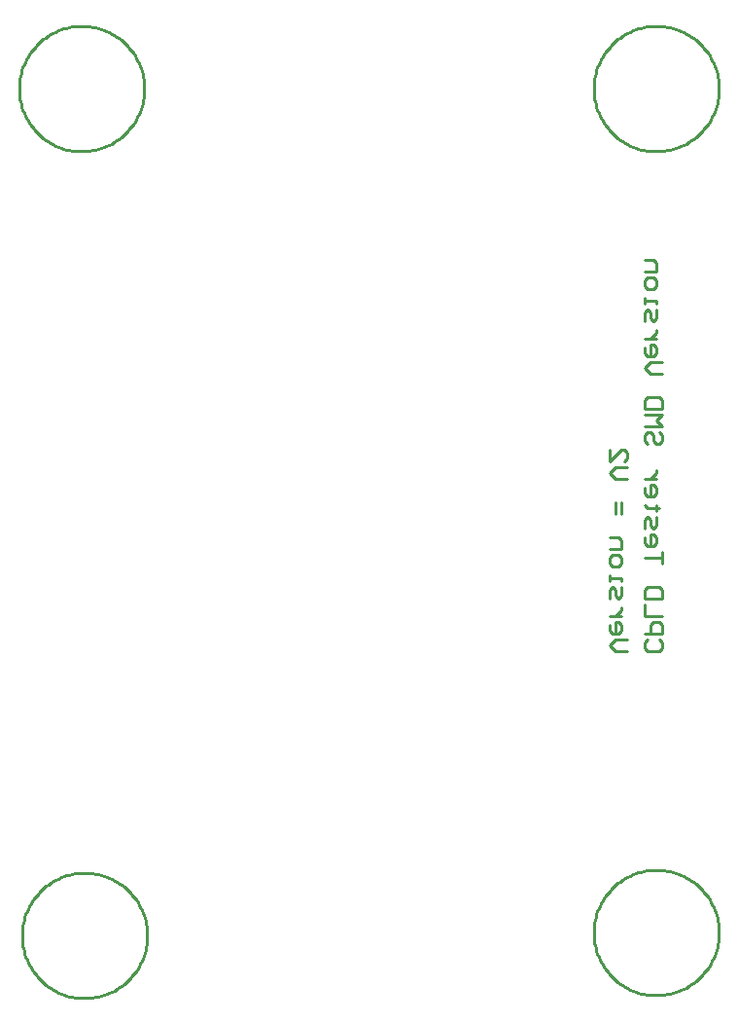
<source format=gbo>
G04*
G04 #@! TF.GenerationSoftware,Altium Limited,Altium Designer,19.1.8 (144)*
G04*
G04 Layer_Color=32896*
%FSLAX25Y25*%
%MOIN*%
G70*
G01*
G75*
%ADD11C,0.01000*%
D11*
X409457Y468000D02*
X409433Y468998D01*
X409364Y469994D01*
X409248Y470986D01*
X409086Y471972D01*
X408878Y472948D01*
X408626Y473914D01*
X408328Y474867D01*
X407986Y475806D01*
X407602Y476727D01*
X407174Y477630D01*
X406706Y478511D01*
X406196Y479370D01*
X405648Y480205D01*
X405061Y481012D01*
X404437Y481792D01*
X403777Y482542D01*
X403084Y483260D01*
X402357Y483945D01*
X401600Y484596D01*
X400813Y485211D01*
X399998Y485788D01*
X399158Y486327D01*
X398293Y486827D01*
X397406Y487285D01*
X396499Y487702D01*
X395573Y488076D01*
X394631Y488407D01*
X393674Y488693D01*
X392705Y488935D01*
X391726Y489131D01*
X390739Y489281D01*
X389746Y489386D01*
X388749Y489444D01*
X387750Y489455D01*
X386752Y489420D01*
X385757Y489339D01*
X384767Y489212D01*
X383783Y489038D01*
X382809Y488819D01*
X381846Y488555D01*
X380896Y488247D01*
X379962Y487894D01*
X379045Y487499D01*
X378148Y487061D01*
X377272Y486582D01*
X376419Y486063D01*
X375591Y485504D01*
X374790Y484908D01*
X374018Y484275D01*
X373275Y483607D01*
X372565Y482905D01*
X371889Y482171D01*
X371247Y481406D01*
X370641Y480612D01*
X370073Y479791D01*
X369544Y478944D01*
X369055Y478073D01*
X368607Y477181D01*
X368201Y476269D01*
X367837Y475339D01*
X367518Y474393D01*
X367243Y473433D01*
X367012Y472461D01*
X366827Y471480D01*
X366688Y470491D01*
X366596Y469497D01*
X366549Y468499D01*
Y467501D01*
X366596Y466503D01*
X366688Y465509D01*
X366827Y464520D01*
X367012Y463539D01*
X367243Y462567D01*
X367518Y461607D01*
X367837Y460661D01*
X368201Y459731D01*
X368607Y458819D01*
X369055Y457927D01*
X369544Y457056D01*
X370073Y456209D01*
X370641Y455388D01*
X371247Y454594D01*
X371889Y453829D01*
X372565Y453095D01*
X373276Y452393D01*
X374018Y451725D01*
X374790Y451092D01*
X375591Y450496D01*
X376419Y449937D01*
X377272Y449418D01*
X378148Y448939D01*
X379045Y448501D01*
X379962Y448106D01*
X380896Y447753D01*
X381846Y447445D01*
X382809Y447181D01*
X383784Y446962D01*
X384767Y446788D01*
X385757Y446661D01*
X386753Y446580D01*
X387750Y446545D01*
X388749Y446556D01*
X389746Y446614D01*
X390739Y446719D01*
X391726Y446869D01*
X392705Y447065D01*
X393674Y447307D01*
X394631Y447593D01*
X395573Y447924D01*
X396499Y448298D01*
X397406Y448715D01*
X398293Y449173D01*
X399158Y449673D01*
X399998Y450212D01*
X400813Y450789D01*
X401600Y451404D01*
X402357Y452055D01*
X403084Y452740D01*
X403777Y453458D01*
X404437Y454208D01*
X405061Y454988D01*
X405648Y455795D01*
X406196Y456630D01*
X406706Y457489D01*
X407174Y458370D01*
X407602Y459273D01*
X407986Y460194D01*
X408328Y461132D01*
X408626Y462086D01*
X408878Y463052D01*
X409086Y464028D01*
X409248Y465014D01*
X409364Y466006D01*
X409433Y467002D01*
X409457Y468000D01*
X212457Y468000D02*
X212433Y468998D01*
X212364Y469994D01*
X212248Y470986D01*
X212086Y471972D01*
X211878Y472948D01*
X211626Y473914D01*
X211328Y474867D01*
X210986Y475806D01*
X210602Y476727D01*
X210174Y477630D01*
X209706Y478511D01*
X209196Y479370D01*
X208648Y480205D01*
X208061Y481012D01*
X207437Y481792D01*
X206777Y482542D01*
X206084Y483260D01*
X205357Y483945D01*
X204600Y484596D01*
X203813Y485211D01*
X202998Y485788D01*
X202158Y486327D01*
X201293Y486827D01*
X200406Y487285D01*
X199499Y487702D01*
X198573Y488076D01*
X197631Y488407D01*
X196674Y488693D01*
X195705Y488935D01*
X194726Y489131D01*
X193739Y489281D01*
X192746Y489386D01*
X191749Y489444D01*
X190750Y489455D01*
X189752Y489420D01*
X188757Y489339D01*
X187767Y489212D01*
X186783Y489038D01*
X185809Y488819D01*
X184846Y488555D01*
X183897Y488247D01*
X182962Y487894D01*
X182045Y487499D01*
X181148Y487061D01*
X180272Y486582D01*
X179419Y486063D01*
X178591Y485504D01*
X177790Y484908D01*
X177018Y484275D01*
X176276Y483607D01*
X175565Y482905D01*
X174889Y482171D01*
X174247Y481406D01*
X173641Y480612D01*
X173073Y479791D01*
X172544Y478944D01*
X172055Y478073D01*
X171607Y477181D01*
X171201Y476269D01*
X170837Y475339D01*
X170518Y474393D01*
X170243Y473433D01*
X170012Y472461D01*
X169827Y471480D01*
X169688Y470491D01*
X169596Y469497D01*
X169549Y468499D01*
Y467501D01*
X169596Y466503D01*
X169688Y465509D01*
X169827Y464520D01*
X170012Y463539D01*
X170243Y462567D01*
X170518Y461607D01*
X170837Y460661D01*
X171201Y459731D01*
X171607Y458819D01*
X172055Y457927D01*
X172544Y457056D01*
X173073Y456209D01*
X173641Y455388D01*
X174247Y454594D01*
X174889Y453829D01*
X175565Y453095D01*
X176276Y452393D01*
X177018Y451725D01*
X177790Y451092D01*
X178591Y450496D01*
X179419Y449937D01*
X180272Y449418D01*
X181148Y448939D01*
X182045Y448501D01*
X182962Y448106D01*
X183897Y447753D01*
X184846Y447445D01*
X185809Y447181D01*
X186784Y446962D01*
X187767Y446788D01*
X188757Y446661D01*
X189752Y446580D01*
X190750Y446545D01*
X191749Y446556D01*
X192746Y446614D01*
X193739Y446719D01*
X194726Y446869D01*
X195705Y447065D01*
X196674Y447307D01*
X197631Y447593D01*
X198573Y447924D01*
X199499Y448298D01*
X200406Y448715D01*
X201293Y449173D01*
X202158Y449673D01*
X202998Y450212D01*
X203813Y450789D01*
X204600Y451404D01*
X205357Y452055D01*
X206084Y452740D01*
X206777Y453458D01*
X207437Y454208D01*
X208061Y454988D01*
X208648Y455795D01*
X209196Y456630D01*
X209706Y457489D01*
X210174Y458370D01*
X210602Y459273D01*
X210986Y460194D01*
X211328Y461132D01*
X211626Y462086D01*
X211878Y463052D01*
X212086Y464028D01*
X212248Y465014D01*
X212364Y466006D01*
X212433Y467002D01*
X212457Y468000D01*
X409457Y179000D02*
X409433Y179998D01*
X409364Y180994D01*
X409248Y181986D01*
X409086Y182972D01*
X408878Y183948D01*
X408626Y184914D01*
X408328Y185868D01*
X407986Y186806D01*
X407602Y187727D01*
X407174Y188630D01*
X406706Y189511D01*
X406196Y190370D01*
X405648Y191205D01*
X405061Y192012D01*
X404437Y192792D01*
X403777Y193542D01*
X403084Y194260D01*
X402357Y194945D01*
X401600Y195596D01*
X400813Y196211D01*
X399998Y196788D01*
X399158Y197327D01*
X398293Y197827D01*
X397406Y198285D01*
X396499Y198702D01*
X395573Y199076D01*
X394631Y199407D01*
X393674Y199693D01*
X392705Y199934D01*
X391726Y200131D01*
X390739Y200281D01*
X389746Y200386D01*
X388749Y200444D01*
X387750Y200455D01*
X386752Y200420D01*
X385757Y200339D01*
X384767Y200212D01*
X383783Y200038D01*
X382809Y199819D01*
X381846Y199555D01*
X380896Y199247D01*
X379962Y198894D01*
X379045Y198499D01*
X378148Y198061D01*
X377272Y197582D01*
X376419Y197063D01*
X375591Y196504D01*
X374790Y195908D01*
X374018Y195275D01*
X373275Y194607D01*
X372565Y193905D01*
X371889Y193171D01*
X371247Y192406D01*
X370641Y191612D01*
X370073Y190791D01*
X369544Y189944D01*
X369055Y189073D01*
X368607Y188181D01*
X368201Y187269D01*
X367837Y186339D01*
X367518Y185393D01*
X367243Y184433D01*
X367012Y183461D01*
X366827Y182480D01*
X366688Y181491D01*
X366596Y180497D01*
X366549Y179499D01*
Y178501D01*
X366596Y177503D01*
X366688Y176509D01*
X366827Y175520D01*
X367012Y174539D01*
X367243Y173567D01*
X367518Y172607D01*
X367837Y171661D01*
X368201Y170731D01*
X368607Y169819D01*
X369055Y168927D01*
X369544Y168056D01*
X370073Y167209D01*
X370641Y166388D01*
X371247Y165594D01*
X371889Y164829D01*
X372565Y164095D01*
X373276Y163393D01*
X374018Y162725D01*
X374790Y162092D01*
X375591Y161496D01*
X376419Y160937D01*
X377272Y160418D01*
X378148Y159939D01*
X379045Y159501D01*
X379962Y159106D01*
X380896Y158753D01*
X381846Y158445D01*
X382809Y158181D01*
X383784Y157962D01*
X384767Y157788D01*
X385757Y157661D01*
X386753Y157580D01*
X387750Y157545D01*
X388749Y157556D01*
X389746Y157614D01*
X390739Y157719D01*
X391726Y157869D01*
X392705Y158065D01*
X393674Y158307D01*
X394631Y158593D01*
X395573Y158924D01*
X396499Y159298D01*
X397406Y159715D01*
X398293Y160173D01*
X399158Y160673D01*
X399998Y161212D01*
X400813Y161789D01*
X401600Y162404D01*
X402357Y163055D01*
X403084Y163740D01*
X403777Y164458D01*
X404437Y165208D01*
X405061Y165988D01*
X405648Y166795D01*
X406196Y167630D01*
X406706Y168489D01*
X407174Y169370D01*
X407602Y170273D01*
X407986Y171194D01*
X408328Y172133D01*
X408626Y173086D01*
X408878Y174052D01*
X409086Y175028D01*
X409248Y176014D01*
X409364Y177006D01*
X409433Y178002D01*
X409457Y179000D01*
X213457Y178000D02*
X213433Y178998D01*
X213364Y179994D01*
X213248Y180986D01*
X213086Y181972D01*
X212878Y182948D01*
X212626Y183914D01*
X212328Y184868D01*
X211986Y185806D01*
X211602Y186727D01*
X211174Y187630D01*
X210706Y188511D01*
X210196Y189370D01*
X209648Y190205D01*
X209061Y191012D01*
X208437Y191792D01*
X207777Y192542D01*
X207084Y193260D01*
X206357Y193945D01*
X205600Y194596D01*
X204813Y195211D01*
X203998Y195788D01*
X203158Y196327D01*
X202293Y196827D01*
X201406Y197285D01*
X200499Y197702D01*
X199573Y198076D01*
X198630Y198407D01*
X197674Y198693D01*
X196705Y198934D01*
X195726Y199131D01*
X194739Y199281D01*
X193746Y199386D01*
X192749Y199444D01*
X191750Y199455D01*
X190752Y199420D01*
X189757Y199339D01*
X188767Y199212D01*
X187783Y199038D01*
X186809Y198819D01*
X185846Y198555D01*
X184897Y198247D01*
X183962Y197894D01*
X183045Y197499D01*
X182148Y197061D01*
X181272Y196582D01*
X180419Y196063D01*
X179591Y195504D01*
X178790Y194908D01*
X178018Y194275D01*
X177276Y193607D01*
X176565Y192905D01*
X175889Y192171D01*
X175247Y191406D01*
X174641Y190612D01*
X174073Y189791D01*
X173544Y188944D01*
X173055Y188073D01*
X172607Y187181D01*
X172201Y186269D01*
X171837Y185339D01*
X171518Y184393D01*
X171242Y183433D01*
X171012Y182461D01*
X170827Y181480D01*
X170688Y180491D01*
X170596Y179497D01*
X170549Y178499D01*
Y177501D01*
X170596Y176503D01*
X170688Y175509D01*
X170827Y174520D01*
X171012Y173539D01*
X171242Y172567D01*
X171518Y171607D01*
X171837Y170661D01*
X172201Y169731D01*
X172607Y168819D01*
X173055Y167927D01*
X173544Y167056D01*
X174073Y166209D01*
X174641Y165388D01*
X175247Y164594D01*
X175889Y163829D01*
X176565Y163095D01*
X177276Y162393D01*
X178018Y161725D01*
X178790Y161092D01*
X179591Y160496D01*
X180419Y159937D01*
X181272Y159418D01*
X182148Y158939D01*
X183045Y158501D01*
X183962Y158106D01*
X184897Y157753D01*
X185846Y157445D01*
X186809Y157181D01*
X187784Y156962D01*
X188767Y156788D01*
X189757Y156661D01*
X190752Y156580D01*
X191750Y156545D01*
X192749Y156556D01*
X193746Y156614D01*
X194739Y156719D01*
X195726Y156869D01*
X196705Y157065D01*
X197674Y157307D01*
X198630Y157594D01*
X199573Y157924D01*
X200499Y158298D01*
X201406Y158715D01*
X202293Y159173D01*
X203158Y159673D01*
X203998Y160212D01*
X204813Y160789D01*
X205600Y161404D01*
X206357Y162055D01*
X207084Y162740D01*
X207777Y163458D01*
X208437Y164208D01*
X209061Y164988D01*
X209648Y165795D01*
X210196Y166630D01*
X210706Y167489D01*
X211174Y168370D01*
X211602Y169273D01*
X211986Y170194D01*
X212328Y171133D01*
X212626Y172086D01*
X212878Y173052D01*
X213086Y174028D01*
X213248Y175014D01*
X213364Y176005D01*
X213433Y177002D01*
X213457Y178000D01*
X377998Y275500D02*
X373999D01*
X372000Y277499D01*
X373999Y279499D01*
X377998D01*
X372000Y284497D02*
Y282498D01*
X373000Y281498D01*
X374999D01*
X375999Y282498D01*
Y284497D01*
X374999Y285497D01*
X373999D01*
Y281498D01*
X375999Y287496D02*
X372000D01*
X373999D01*
X374999Y288496D01*
X375999Y289495D01*
Y290495D01*
X372000Y293494D02*
Y296493D01*
X373000Y297493D01*
X373999Y296493D01*
Y294494D01*
X374999Y293494D01*
X375999Y294494D01*
Y297493D01*
X372000Y299492D02*
Y301492D01*
Y300492D01*
X375999D01*
Y299492D01*
X372000Y305490D02*
Y307490D01*
X373000Y308489D01*
X374999D01*
X375999Y307490D01*
Y305490D01*
X374999Y304491D01*
X373000D01*
X372000Y305490D01*
Y310489D02*
X375999D01*
Y313488D01*
X374999Y314487D01*
X372000D01*
X373999Y322485D02*
Y326483D01*
X375999Y322485D02*
Y326483D01*
X377998Y334481D02*
X373999D01*
X372000Y336480D01*
X373999Y338480D01*
X377998D01*
X372000Y344478D02*
Y340479D01*
X375999Y344478D01*
X376998D01*
X377998Y343478D01*
Y341479D01*
X376998Y340479D01*
X388998Y279499D02*
X389998Y278499D01*
Y276500D01*
X388998Y275500D01*
X385000D01*
X384000Y276500D01*
Y278499D01*
X385000Y279499D01*
X384000Y281498D02*
X389998D01*
Y284497D01*
X388998Y285497D01*
X386999D01*
X385999Y284497D01*
Y281498D01*
X389998Y287496D02*
X384000D01*
Y291495D01*
X389998Y293494D02*
X384000D01*
Y296493D01*
X385000Y297493D01*
X388998D01*
X389998Y296493D01*
Y293494D01*
Y305490D02*
Y309489D01*
Y307490D01*
X384000D01*
Y314487D02*
Y312488D01*
X385000Y311488D01*
X386999D01*
X387999Y312488D01*
Y314487D01*
X386999Y315487D01*
X385999D01*
Y311488D01*
X384000Y317486D02*
Y320485D01*
X385000Y321485D01*
X385999Y320485D01*
Y318486D01*
X386999Y317486D01*
X387999Y318486D01*
Y321485D01*
X388998Y324484D02*
X387999D01*
Y323484D01*
Y325484D01*
Y324484D01*
X385000D01*
X384000Y325484D01*
Y331482D02*
Y329483D01*
X385000Y328483D01*
X386999D01*
X387999Y329483D01*
Y331482D01*
X386999Y332482D01*
X385999D01*
Y328483D01*
X387999Y334481D02*
X384000D01*
X385999D01*
X386999Y335481D01*
X387999Y336480D01*
Y337480D01*
X388998Y350476D02*
X389998Y349476D01*
Y347477D01*
X388998Y346477D01*
X387999D01*
X386999Y347477D01*
Y349476D01*
X385999Y350476D01*
X385000D01*
X384000Y349476D01*
Y347477D01*
X385000Y346477D01*
X384000Y352475D02*
X389998D01*
X387999Y354474D01*
X389998Y356474D01*
X384000D01*
X389998Y358473D02*
X384000D01*
Y361472D01*
X385000Y362472D01*
X388998D01*
X389998Y361472D01*
Y358473D01*
Y370469D02*
X385999D01*
X384000Y372469D01*
X385999Y374468D01*
X389998D01*
X384000Y379466D02*
Y377467D01*
X385000Y376467D01*
X386999D01*
X387999Y377467D01*
Y379466D01*
X386999Y380466D01*
X385999D01*
Y376467D01*
X387999Y382465D02*
X384000D01*
X385999D01*
X386999Y383465D01*
X387999Y384465D01*
Y385464D01*
X384000Y388463D02*
Y391462D01*
X385000Y392462D01*
X385999Y391462D01*
Y389463D01*
X386999Y388463D01*
X387999Y389463D01*
Y392462D01*
X384000Y394461D02*
Y396461D01*
Y395461D01*
X387999D01*
Y394461D01*
X384000Y400460D02*
Y402459D01*
X385000Y403459D01*
X386999D01*
X387999Y402459D01*
Y400460D01*
X386999Y399460D01*
X385000D01*
X384000Y400460D01*
Y405458D02*
X387999D01*
Y408457D01*
X386999Y409457D01*
X384000D01*
M02*

</source>
